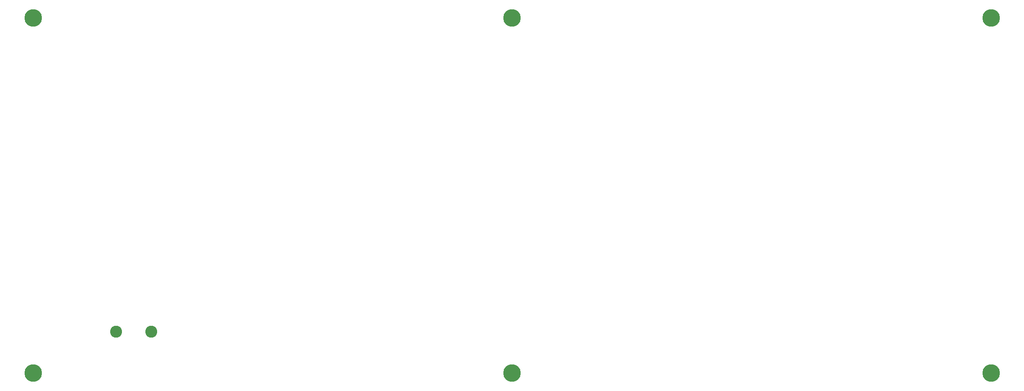
<source format=gts>
%TF.GenerationSoftware,KiCad,Pcbnew,7.0.2-0*%
%TF.CreationDate,2024-05-08T23:39:51-07:00*%
%TF.ProjectId,New_Coil_Panel_Y,4e65775f-436f-4696-9c5f-50616e656c5f,2.0*%
%TF.SameCoordinates,Original*%
%TF.FileFunction,Soldermask,Top*%
%TF.FilePolarity,Negative*%
%FSLAX46Y46*%
G04 Gerber Fmt 4.6, Leading zero omitted, Abs format (unit mm)*
G04 Created by KiCad (PCBNEW 7.0.2-0) date 2024-05-08 23:39:51*
%MOMM*%
%LPD*%
G01*
G04 APERTURE LIST*
%ADD10C,3.800000*%
%ADD11C,2.600000*%
G04 APERTURE END LIST*
D10*
X52371631Y-50586000D03*
D11*
X52371631Y-50586000D03*
X77968000Y-118626000D03*
X70348000Y-118626000D03*
D10*
X156121631Y-50586000D03*
D11*
X156121631Y-50586000D03*
D10*
X259871631Y-127586000D03*
D11*
X259871631Y-127586000D03*
D10*
X156121631Y-127586000D03*
D11*
X156121631Y-127586000D03*
D10*
X52371631Y-127586000D03*
D11*
X52371631Y-127586000D03*
D10*
X259871631Y-50586000D03*
D11*
X259871631Y-50586000D03*
M02*

</source>
